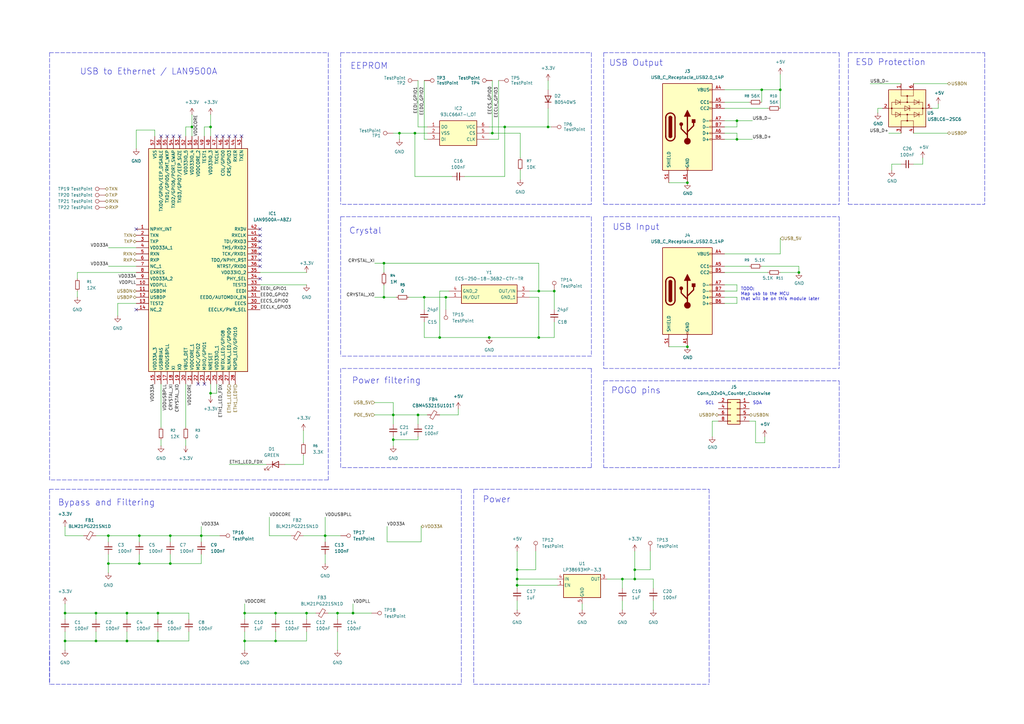
<source format=kicad_sch>
(kicad_sch (version 20250114) (generator "eeschema") (generator_version "9.0")
  (paper "A3")
  (title_block (title "PoE Backplate") (date "2026-02-01") (rev "v0.2") (company "dotstar.tech") (comment 1 "designed byGrigorii Merkushev (aka brushknight)") (comment 2 "brushknight.com"))
  (text "TODO:\nMap usb to the MCU \nthat will be on this module later" (at 303.784 120.65 0) (effects (font (size 1.27 1.27)) (justify left)))
  (text "USB Output" (at 260.858 25.908 0) (effects (font (size 2.54 2.54))))
  (text "Crystal" (at 149.86 94.742 0) (effects (font (size 2.54 2.54))))
  (text "USB to Ethernet / LAN9500A" (at 60.96 29.464 0) (effects (font (size 2.54 2.54))))
  (text "Power" (at 203.708 204.978 0) (effects (font (size 2.54 2.54))))
  (text "ESD Protection" (at 365.252 25.654 0) (effects (font (size 2.54 2.54))))
  (text "USB Input" (at 260.858 93.218 0) (effects (font (size 2.54 2.54))))
  (text "POGO pins" (at 260.858 160.274 0) (effects (font (size 2.54 2.54))))
  (text "Bypass and Filtering" (at 43.688 206.248 0) (effects (font (size 2.54 2.54))))
  (text "Power filtering" (at 158.496 156.21 0) (effects (font (size 2.54 2.54))))
  (text "SCL" (at 291.084 165.354 0) (effects (font (size 1.27 1.27))))
  (text "EEPROM" (at 151.384 27.178 0) (effects (font (size 2.54 2.54))))
  (text "SDA" (at 310.642 165.354 0) (effects (font (size 1.27 1.27))))
  (junction (at 200.66 138.43))
  (junction (at 26.67 251.46))
  (junction (at 86.36 161.29))
  (junction (at 157.48 121.92))
  (junction (at 78.74 52.07))
  (junction (at 161.29 170.18))
  (junction (at 113.03 262.89))
  (junction (at 69.85 219.71))
  (junction (at 227.33 119.38))
  (junction (at 138.43 251.46))
  (junction (at 260.35 237.49))
  (junction (at 182.88 121.92))
  (junction (at 207.01 52.07))
  (junction (at 100.33 251.46))
  (junction (at 220.98 138.43))
  (junction (at 170.18 54.61))
  (junction (at 44.45 219.71))
  (junction (at 260.35 233.68))
  (junction (at 161.29 180.34))
  (junction (at 133.35 219.71))
  (junction (at 64.77 262.89))
  (junction (at 125.73 251.46))
  (junction (at 144.78 251.46))
  (junction (at 212.09 237.49))
  (junction (at 57.15 231.14))
  (junction (at 224.79 52.07))
  (junction (at 281.94 74.93))
  (junction (at 302.26 57.15))
  (junction (at 180.34 138.43))
  (junction (at 157.48 107.95))
  (junction (at 39.37 262.89))
  (junction (at 281.94 142.24))
  (junction (at 52.07 262.89))
  (junction (at 327.66 111.76))
  (junction (at 320.04 36.83))
  (junction (at 69.85 231.14))
  (junction (at 302.26 49.53))
  (junction (at 64.77 251.46))
  (junction (at 57.15 219.71))
  (junction (at 212.09 240.03))
  (junction (at 86.36 52.07))
  (junction (at 312.42 36.83))
  (junction (at 163.83 54.61))
  (junction (at 173.99 121.92))
  (junction (at 26.67 262.89))
  (junction (at 212.09 233.68))
  (junction (at 255.27 237.49))
  (junction (at 44.45 231.14))
  (junction (at 52.07 251.46))
  (junction (at 39.37 251.46))
  (junction (at 171.45 170.18))
  (junction (at 113.03 251.46))
  (junction (at 100.33 262.89))
  (junction (at 82.55 219.71))
  (junction (at 201.93 54.61))
  (junction (at 220.98 119.38))
  (no_connect (at 73.66 55.88))
  (no_connect (at 93.98 55.88))
  (no_connect (at 55.88 93.98))
  (no_connect (at 88.9 55.88))
  (no_connect (at 106.68 106.68))
  (no_connect (at 106.68 101.6))
  (no_connect (at 71.12 55.88))
  (no_connect (at 83.82 157.48))
  (no_connect (at 106.68 99.06))
  (no_connect (at 66.04 55.88))
  (no_connect (at 96.52 55.88))
  (no_connect (at 55.88 127))
  (no_connect (at 106.68 109.22))
  (no_connect (at 99.06 55.88))
  (no_connect (at 106.68 93.98))
  (no_connect (at 81.28 157.48))
  (no_connect (at 106.68 96.52))
  (no_connect (at 91.44 55.88))
  (no_connect (at 106.68 114.3))
  (no_connect (at 106.68 104.14))
  (no_connect (at 68.58 55.88))
  (wire (pts (xy 365.76 69.85) (xy 365.76 67.31)))
  (wire (pts (xy 212.09 237.49) (xy 228.6 237.49)))
  (wire (pts (xy 302.26 54.61) (xy 302.26 57.15)))
  (wire (pts (xy 86.36 46.99) (xy 86.36 52.07)))
  (wire (pts (xy 26.67 251.46) (xy 26.67 247.65)))
  (polyline (pts (xy 20.32 200.66) (xy 20.32 280.67)) (stroke (width 0) (type dash)))
  (polyline (pts (xy 347.98 21.59) (xy 403.86 21.59)) (stroke (width 0) (type dash)))
  (polyline (pts (xy 242.57 151.13) (xy 139.7 151.13)) (stroke (width 0) (type dash)))
  (wire (pts (xy 266.7 226.06) (xy 266.7 233.68)))
  (wire (pts (xy 125.73 251.46) (xy 113.03 251.46)))
  (wire (pts (xy 173.99 138.43) (xy 180.34 138.43)))
  (wire (pts (xy 64.77 251.46) (xy 64.77 254)))
  (wire (pts (xy 44.45 227.33) (xy 44.45 231.14)))
  (wire (pts (xy 153.67 107.95) (xy 157.48 107.95)))
  (wire (pts (xy 384.81 44.45) (xy 384.81 42.545)))
  (wire (pts (xy 212.09 240.03) (xy 212.09 237.49)))
  (wire (pts (xy 106.68 111.76) (xy 125.73 111.76)))
  (wire (pts (xy 200.66 57.15) (xy 204.47 57.15)))
  (polyline (pts (xy 242.57 191.77) (xy 139.7 191.77)) (stroke (width 0) (type dash)))
  (polyline (pts (xy 344.17 156.21) (xy 344.17 191.77)) (stroke (width 0) (type dash)))
  (wire (pts (xy 161.29 54.61) (xy 163.83 54.61)))
  (wire (pts (xy 52.07 259.08) (xy 52.07 262.89)))
  (wire (pts (xy 57.15 219.71) (xy 44.45 219.71)))
  (polyline (pts (xy 247.65 88.9) (xy 344.17 88.9)) (stroke (width 0) (type dash)))
  (wire (pts (xy 180.34 119.38) (xy 180.34 138.43)))
  (wire (pts (xy 39.37 262.89) (xy 52.07 262.89)))
  (wire (pts (xy 302.26 49.53) (xy 308.61 49.53)))
  (wire (pts (xy 292.1 179.07) (xy 292.1 172.72)))
  (wire (pts (xy 320.04 111.76) (xy 327.66 111.76)))
  (wire (pts (xy 39.37 259.08) (xy 39.37 262.89)))
  (wire (pts (xy 173.99 132.08) (xy 173.99 138.43)))
  (wire (pts (xy 260.35 233.68) (xy 260.35 226.06)))
  (wire (pts (xy 100.33 262.89) (xy 100.33 266.7)))
  (polyline (pts (xy 194.31 280.67) (xy 290.83 280.67)) (stroke (width 0) (type dash)))
  (wire (pts (xy 110.49 219.71) (xy 119.38 219.71)))
  (wire (pts (xy 57.15 219.71) (xy 57.15 222.25)))
  (wire (pts (xy 26.67 259.08) (xy 26.67 262.89)))
  (polyline (pts (xy 242.57 21.59) (xy 242.57 83.82)) (stroke (width 0) (type dash)))
  (wire (pts (xy 44.45 219.71) (xy 44.45 222.25)))
  (wire (pts (xy 320.04 36.83) (xy 320.04 44.45)))
  (wire (pts (xy 171.45 179.07) (xy 171.45 180.34)))
  (wire (pts (xy 175.26 57.15) (xy 173.99 57.15)))
  (wire (pts (xy 44.45 231.14) (xy 57.15 231.14)))
  (wire (pts (xy 307.34 172.72) (xy 309.88 172.72)))
  (wire (pts (xy 82.55 219.71) (xy 82.55 222.25)))
  (wire (pts (xy 86.36 161.29) (xy 88.9 161.29)))
  (wire (pts (xy 312.42 41.91) (xy 312.42 36.83)))
  (wire (pts (xy 134.62 251.46) (xy 138.43 251.46)))
  (wire (pts (xy 52.07 251.46) (xy 52.07 254)))
  (wire (pts (xy 157.48 107.95) (xy 220.98 107.95)))
  (wire (pts (xy 266.7 233.68) (xy 260.35 233.68)))
  (wire (pts (xy 297.18 49.53) (xy 302.26 49.53)))
  (wire (pts (xy 83.82 55.88) (xy 83.82 52.07)))
  (wire (pts (xy 57.15 227.33) (xy 57.15 231.14)))
  (wire (pts (xy 133.35 227.33) (xy 133.35 231.14)))
  (wire (pts (xy 267.97 246.38) (xy 267.97 250.19)))
  (wire (pts (xy 219.71 226.06) (xy 219.71 233.68)))
  (wire (pts (xy 82.55 219.71) (xy 90.17 219.71)))
  (wire (pts (xy 64.77 262.89) (xy 64.77 259.08)))
  (wire (pts (xy 100.33 247.65) (xy 100.33 251.46)))
  (wire (pts (xy 302.26 116.84) (xy 302.26 119.38)))
  (wire (pts (xy 212.09 240.03) (xy 212.09 241.3)))
  (wire (pts (xy 212.09 233.68) (xy 212.09 237.49)))
  (wire (pts (xy 292.1 172.72) (xy 294.64 172.72)))
  (wire (pts (xy 31.75 119.38) (xy 31.75 121.92)))
  (wire (pts (xy 69.85 219.71) (xy 69.85 222.25)))
  (polyline (pts (xy 403.86 21.59) (xy 403.86 83.82)) (stroke (width 0) (type dash)))
  (polyline (pts (xy 290.83 200.66) (xy 290.83 280.67)) (stroke (width 0) (type dash)))
  (wire (pts (xy 69.85 219.71) (xy 57.15 219.71)))
  (polyline (pts (xy 247.65 156.21) (xy 344.17 156.21)) (stroke (width 0) (type dash)))
  (wire (pts (xy 213.36 69.85) (xy 213.36 73.66)))
  (wire (pts (xy 374.65 34.29) (xy 388.62 34.29)))
  (polyline (pts (xy 242.57 151.13) (xy 242.57 191.77)) (stroke (width 0) (type dash)))
  (wire (pts (xy 26.67 219.71) (xy 26.67 215.9)))
  (wire (pts (xy 63.5 55.88) (xy 63.5 53.34)))
  (wire (pts (xy 86.36 161.29) (xy 86.36 162.56)))
  (wire (pts (xy 201.93 33.02) (xy 201.93 54.61)))
  (wire (pts (xy 133.35 219.71) (xy 133.35 222.25)))
  (wire (pts (xy 297.18 124.46) (xy 302.26 124.46)))
  (wire (pts (xy 48.26 124.46) (xy 48.26 129.54)))
  (wire (pts (xy 55.88 124.46) (xy 48.26 124.46)))
  (wire (pts (xy 69.85 231.14) (xy 82.55 231.14)))
  (wire (pts (xy 297.18 36.83) (xy 312.42 36.83)))
  (wire (pts (xy 227.33 138.43) (xy 220.98 138.43)))
  (polyline (pts (xy 242.57 146.05) (xy 139.7 146.05)) (stroke (width 0) (type dash)))
  (wire (pts (xy 182.88 121.92) (xy 182.88 127)))
  (wire (pts (xy 78.74 52.07) (xy 78.74 46.99)))
  (wire (pts (xy 374.65 67.31) (xy 378.46 67.31)))
  (wire (pts (xy 26.67 262.89) (xy 26.67 266.7)))
  (wire (pts (xy 297.18 41.91) (xy 307.34 41.91)))
  (polyline (pts (xy 20.32 21.59) (xy 134.62 21.59)) (stroke (width 0) (type dash)))
  (wire (pts (xy 220.98 107.95) (xy 220.98 119.38)))
  (wire (pts (xy 297.18 104.14) (xy 320.04 104.14)))
  (wire (pts (xy 170.18 54.61) (xy 170.18 72.39)))
  (polyline (pts (xy 139.7 21.59) (xy 242.57 21.59)) (stroke (width 0) (type dash)))
  (wire (pts (xy 382.27 44.45) (xy 384.81 44.45)))
  (polyline (pts (xy 347.98 83.82) (xy 403.86 83.82)) (stroke (width 0) (type dash)))
  (wire (pts (xy 138.43 251.46) (xy 144.78 251.46)))
  (polyline (pts (xy 242.57 88.9) (xy 242.57 146.05)) (stroke (width 0) (type dash)))
  (wire (pts (xy 361.95 44.45) (xy 360.045 44.45)))
  (wire (pts (xy 312.42 36.83) (xy 320.04 36.83)))
  (wire (pts (xy 161.29 170.18) (xy 153.67 170.18)))
  (wire (pts (xy 356.87 34.29) (xy 369.57 34.29)))
  (wire (pts (xy 124.46 176.53) (xy 124.46 181.61)))
  (wire (pts (xy 163.83 57.15) (xy 163.83 54.61)))
  (wire (pts (xy 125.73 251.46) (xy 125.73 254)))
  (wire (pts (xy 26.67 251.46) (xy 26.67 254)))
  (wire (pts (xy 309.88 172.72) (xy 309.88 181.61)))
  (wire (pts (xy 63.5 53.34) (xy 55.88 53.34)))
  (wire (pts (xy 182.88 121.92) (xy 184.15 121.92)))
  (wire (pts (xy 171.45 180.34) (xy 161.29 180.34)))
  (wire (pts (xy 52.07 262.89) (xy 64.77 262.89)))
  (wire (pts (xy 190.5 72.39) (xy 207.01 72.39)))
  (wire (pts (xy 76.2 180.34) (xy 76.2 182.88)))
  (wire (pts (xy 83.82 52.07) (xy 86.36 52.07)))
  (wire (pts (xy 171.45 170.18) (xy 161.29 170.18)))
  (wire (pts (xy 364.49 54.61) (xy 369.57 54.61)))
  (wire (pts (xy 302.26 119.38) (xy 297.18 119.38)))
  (wire (pts (xy 212.09 246.38) (xy 212.09 250.19)))
  (wire (pts (xy 302.26 49.53) (xy 302.26 52.07)))
  (wire (pts (xy 100.33 259.08) (xy 100.33 262.89)))
  (wire (pts (xy 57.15 231.14) (xy 69.85 231.14)))
  (wire (pts (xy 82.55 231.14) (xy 82.55 227.33)))
  (wire (pts (xy 113.03 251.46) (xy 100.33 251.46)))
  (polyline (pts (xy 20.32 21.59) (xy 20.32 196.85)) (stroke (width 0) (type dash)))
  (wire (pts (xy 200.66 54.61) (xy 201.93 54.61)))
  (polyline (pts (xy 247.65 151.13) (xy 344.17 151.13)) (stroke (width 0) (type dash)))
  (wire (pts (xy 365.76 67.31) (xy 369.57 67.31)))
  (wire (pts (xy 34.29 219.71) (xy 26.67 219.71)))
  (wire (pts (xy 212.09 240.03) (xy 228.6 240.03)))
  (wire (pts (xy 125.73 259.08) (xy 125.73 262.89)))
  (polyline (pts (xy 20.32 266.7) (xy 20.32 280.67)) (stroke (width 0) (type dash)))
  (wire (pts (xy 113.03 259.08) (xy 113.03 262.89)))
  (wire (pts (xy 173.99 121.92) (xy 173.99 127)))
  (wire (pts (xy 161.29 180.34) (xy 161.29 182.88)))
  (wire (pts (xy 66.04 180.34) (xy 66.04 182.88)))
  (wire (pts (xy 302.26 121.92) (xy 302.26 124.46)))
  (polyline (pts (xy 20.32 200.66) (xy 189.23 200.66)) (stroke (width 0) (type dash)))
  (wire (pts (xy 309.88 181.61) (xy 313.69 181.61)))
  (wire (pts (xy 93.98 190.5) (xy 109.22 190.5)))
  (wire (pts (xy 187.96 170.18) (xy 180.34 170.18)))
  (wire (pts (xy 302.26 52.07) (xy 297.18 52.07)))
  (wire (pts (xy 200.66 52.07) (xy 207.01 52.07)))
  (wire (pts (xy 170.18 72.39) (xy 185.42 72.39)))
  (wire (pts (xy 187.96 167.64) (xy 187.96 170.18)))
  (wire (pts (xy 44.45 109.22) (xy 55.88 109.22)))
  (wire (pts (xy 86.36 157.48) (xy 86.36 161.29)))
  (wire (pts (xy 200.66 138.43) (xy 220.98 138.43)))
  (wire (pts (xy 161.29 173.99) (xy 161.29 170.18)))
  (wire (pts (xy 167.64 121.92) (xy 173.99 121.92)))
  (wire (pts (xy 163.83 54.61) (xy 170.18 54.61)))
  (wire (pts (xy 204.47 33.02) (xy 204.47 57.15)))
  (wire (pts (xy 327.66 109.22) (xy 327.66 111.76)))
  (wire (pts (xy 320.04 104.14) (xy 320.04 97.79)))
  (wire (pts (xy 77.47 251.46) (xy 64.77 251.46)))
  (wire (pts (xy 267.97 237.49) (xy 260.35 237.49)))
  (wire (pts (xy 113.03 251.46) (xy 113.03 254)))
  (wire (pts (xy 297.18 54.61) (xy 302.26 54.61)))
  (wire (pts (xy 64.77 262.89) (xy 77.47 262.89)))
  (wire (pts (xy 158.75 222.25) (xy 172.72 222.25)))
  (wire (pts (xy 77.47 262.89) (xy 77.47 259.08)))
  (wire (pts (xy 124.46 186.69) (xy 124.46 190.5)))
  (polyline (pts (xy 247.65 21.59) (xy 344.17 21.59)) (stroke (width 0) (type dash)))
  (polyline (pts (xy 247.65 156.21) (xy 247.65 191.77)) (stroke (width 0) (type dash)))
  (polyline (pts (xy 139.7 88.9) (xy 139.7 146.05)) (stroke (width 0) (type dash)))
  (wire (pts (xy 133.35 219.71) (xy 133.35 212.09)))
  (wire (pts (xy 302.26 57.15) (xy 308.61 57.15)))
  (polyline (pts (xy 347.98 21.59) (xy 347.98 83.82)) (stroke (width 0) (type dash)))
  (wire (pts (xy 378.46 67.31) (xy 378.46 64.77)))
  (wire (pts (xy 77.47 251.46) (xy 77.47 254)))
  (wire (pts (xy 55.88 53.34) (xy 55.88 60.96)))
  (wire (pts (xy 201.93 54.61) (xy 213.36 54.61)))
  (wire (pts (xy 161.29 165.1) (xy 161.29 170.18)))
  (wire (pts (xy 133.35 219.71) (xy 139.7 219.71)))
  (wire (pts (xy 52.07 251.46) (xy 39.37 251.46)))
  (wire (pts (xy 76.2 157.48) (xy 76.2 175.26)))
  (wire (pts (xy 39.37 251.46) (xy 39.37 254)))
  (wire (pts (xy 31.75 111.76) (xy 55.88 111.76)))
  (wire (pts (xy 31.75 114.3) (xy 31.75 111.76)))
  (wire (pts (xy 153.67 121.92) (xy 157.48 121.92)))
  (polyline (pts (xy 194.31 200.66) (xy 290.83 200.66)) (stroke (width 0) (type dash)))
  (wire (pts (xy 100.33 251.46) (xy 100.33 254)))
  (wire (pts (xy 82.55 215.9) (xy 82.55 219.71)))
  (wire (pts (xy 274.32 74.93) (xy 281.94 74.93)))
  (wire (pts (xy 297.18 44.45) (xy 314.96 44.45)))
  (wire (pts (xy 297.18 111.76) (xy 314.96 111.76)))
  (wire (pts (xy 219.71 233.68) (xy 212.09 233.68)))
  (wire (pts (xy 86.36 52.07) (xy 86.36 55.88)))
  (wire (pts (xy 125.73 251.46) (xy 129.54 251.46)))
  (wire (pts (xy 138.43 251.46) (xy 138.43 254)))
  (wire (pts (xy 158.75 215.9) (xy 158.75 222.25)))
  (wire (pts (xy 69.85 227.33) (xy 69.85 231.14)))
  (wire (pts (xy 260.35 237.49) (xy 260.35 233.68)))
  (wire (pts (xy 213.36 54.61) (xy 213.36 64.77)))
  (wire (pts (xy 297.18 116.84) (xy 302.26 116.84)))
  (wire (pts (xy 212.09 226.06) (xy 212.09 233.68)))
  (wire (pts (xy 227.33 132.08) (xy 227.33 138.43)))
  (polyline (pts (xy 247.65 191.77) (xy 344.17 191.77)) (stroke (width 0) (type dash)))
  (polyline (pts (xy 139.7 151.13) (xy 139.7 191.77)) (stroke (width 0) (type dash)))
  (wire (pts (xy 110.49 212.09) (xy 110.49 219.71)))
  (polyline (pts (xy 247.65 83.82) (xy 344.17 83.82)) (stroke (width 0) (type dash)))
  (wire (pts (xy 171.45 173.99) (xy 171.45 170.18)))
  (wire (pts (xy 157.48 121.92) (xy 162.56 121.92)))
  (wire (pts (xy 297.18 121.92) (xy 302.26 121.92)))
  (polyline (pts (xy 247.65 21.59) (xy 247.65 83.82)) (stroke (width 0) (type dash)))
  (wire (pts (xy 64.77 251.46) (xy 52.07 251.46)))
  (wire (pts (xy 217.17 119.38) (xy 220.98 119.38)))
  (wire (pts (xy 224.79 52.07) (xy 224.79 44.45)))
  (wire (pts (xy 78.74 52.07) (xy 78.74 55.88)))
  (wire (pts (xy 113.03 262.89) (xy 125.73 262.89)))
  (wire (pts (xy 175.26 54.61) (xy 170.18 54.61)))
  (polyline (pts (xy 242.57 83.82) (xy 139.7 83.82)) (stroke (width 0) (type dash)))
  (wire (pts (xy 157.48 116.84) (xy 157.48 121.92)))
  (wire (pts (xy 44.45 101.6) (xy 55.88 101.6)))
  (wire (pts (xy 175.26 170.18) (xy 171.45 170.18)))
  (polyline (pts (xy 344.17 88.9) (xy 344.17 151.13)) (stroke (width 0) (type dash)))
  (wire (pts (xy 224.79 33.02) (xy 224.79 36.83)))
  (wire (pts (xy 171.45 33.02) (xy 171.45 52.07)))
  (polyline (pts (xy 139.7 88.9) (xy 242.57 88.9)) (stroke (width 0) (type dash)))
  (wire (pts (xy 360.045 44.45) (xy 360.045 46.355)))
  (wire (pts (xy 124.46 190.5) (xy 116.84 190.5)))
  (wire (pts (xy 238.76 247.65) (xy 238.76 250.19)))
  (wire (pts (xy 255.27 237.49) (xy 260.35 237.49)))
  (polyline (pts (xy 189.23 280.67) (xy 20.32 280.67)) (stroke (width 0) (type dash)))
  (wire (pts (xy 297.18 57.15) (xy 302.26 57.15)))
  (polyline (pts (xy 139.7 21.59) (xy 139.7 83.82)) (stroke (width 0) (type dash)))
  (wire (pts (xy 172.72 222.25) (xy 172.72 215.9)))
  (wire (pts (xy 173.99 121.92) (xy 182.88 121.92)))
  (wire (pts (xy 248.92 237.49) (xy 255.27 237.49)))
  (wire (pts (xy 39.37 251.46) (xy 26.67 251.46)))
  (wire (pts (xy 144.78 251.46) (xy 144.78 247.65)))
  (wire (pts (xy 217.17 121.92) (xy 220.98 121.92)))
  (wire (pts (xy 100.33 262.89) (xy 113.03 262.89)))
  (wire (pts (xy 161.29 179.07) (xy 161.29 180.34)))
  (wire (pts (xy 66.04 157.48) (xy 66.04 175.26)))
  (wire (pts (xy 124.46 219.71) (xy 133.35 219.71)))
  (wire (pts (xy 255.27 246.38) (xy 255.27 250.19)))
  (polyline (pts (xy 189.23 200.66) (xy 189.23 280.67)) (stroke (width 0) (type dash)))
  (wire (pts (xy 274.32 142.24) (xy 281.94 142.24)))
  (wire (pts (xy 138.43 259.08) (xy 138.43 266.7)))
  (wire (pts (xy 44.45 231.14) (xy 44.45 234.95)))
  (wire (pts (xy 255.27 237.49) (xy 255.27 241.3)))
  (wire (pts (xy 267.97 241.3) (xy 267.97 237.49)))
  (wire (pts (xy 157.48 107.95) (xy 157.48 111.76)))
  (wire (pts (xy 171.45 52.07) (xy 175.26 52.07)))
  (wire (pts (xy 313.69 181.61) (xy 313.69 179.07)))
  (wire (pts (xy 207.01 72.39) (xy 207.01 52.07)))
  (wire (pts (xy 227.33 119.38) (xy 227.33 127)))
  (wire (pts (xy 26.67 262.89) (xy 39.37 262.89)))
  (wire (pts (xy 220.98 121.92) (xy 220.98 138.43)))
  (wire (pts (xy 76.2 55.88) (xy 76.2 52.07)))
  (wire (pts (xy 173.99 33.02) (xy 173.99 57.15)))
  (wire (pts (xy 297.18 109.22) (xy 307.34 109.22)))
  (wire (pts (xy 44.45 219.71) (xy 39.37 219.71)))
  (wire (pts (xy 207.01 52.07) (xy 224.79 52.07)))
  (wire (pts (xy 320.04 36.83) (xy 320.04 30.48)))
  (wire (pts (xy 153.67 165.1) (xy 161.29 165.1)))
  (polyline (pts (xy 247.65 88.9) (xy 247.65 151.13)) (stroke (width 0) (type dash)))
  (wire (pts (xy 144.78 251.46) (xy 152.4 251.46)))
  (wire (pts (xy 224.79 52.07) (xy 226.06 52.07)))
  (wire (pts (xy 106.68 116.84) (xy 125.73 116.84)))
  (wire (pts (xy 180.34 138.43) (xy 200.66 138.43)))
  (polyline (pts (xy 194.31 200.66) (xy 194.31 280.67)) (stroke (width 0) (type dash)))
  (wire (pts (xy 88.9 157.48) (xy 88.9 161.29)))
  (wire (pts (xy 312.42 109.22) (xy 327.66 109.22)))
  (wire (pts (xy 374.65 54.61) (xy 388.62 54.61)))
  (wire (pts (xy 220.98 119.38) (xy 227.33 119.38)))
  (polyline (pts (xy 134.62 196.85) (xy 20.32 196.85)) (stroke (width 0) (type dash)))
  (wire (pts (xy 82.55 219.71) (xy 69.85 219.71)))
  (wire (pts (xy 76.2 52.07) (xy 78.74 52.07)))
  (polyline (pts (xy 134.62 21.59) (xy 134.62 196.85)) (stroke (width 0) (type dash)))
  (wire (pts (xy 184.15 119.38) (xy 180.34 119.38)))
  (polyline (pts (xy 344.17 21.59) (xy 344.17 83.82)) (stroke (width 0) (type dash)))
  (label "EEDI_GPIO1" (at 106.68 119.38 0))
  (label "EECLK_GPIO3" (at 106.68 127 0))
  (label "CRYSTAL_XO" (at 73.66 157.48 270))
  (label "EECLK_GPIO3" (at 204.47 35.56 270))
  (label "VDD33A" (at 55.88 114.3 180))
  (label "EEDO_GPIO2" (at 173.99 35.56 270))
  (label "VDD33A" (at 82.55 215.9 0))
  (label "CRYSTAL_XO" (at 153.67 121.92 180))
  (label "EECS_GPIO0" (at 106.68 124.46 0))
  (label "USB_D-" (at 356.87 34.29 0))
  (label "VDD33A" (at 63.5 157.48 270))
  (label "VDD33A" (at 44.45 109.22 180))
  (label "VDDPLL" (at 144.78 247.65 0))
  (label "CRYSTAL_XI" (at 71.12 157.48 270))
  (label "USB_D-" (at 308.61 49.53 0))
  (label "VDDUSBPLL" (at 68.58 157.48 270))
  (label "CRYSTAL_XI" (at 153.67 107.95 180))
  (label "EEDI_GPIO1" (at 171.45 35.56 270))
  (label "EECS_GPIO0" (at 201.93 46.99 90))
  (label "EEDO_GPIO2" (at 106.68 121.92 0))
  (label "VDDUSBPLL" (at 133.35 212.09 0))
  (label "ETH1_LED_FDX" (at 91.44 157.48 270))
  (label "VDD33A" (at 158.75 215.9 0))
  (label "VDDCORE" (at 81.28 55.88 90))
  (label "VDDCORE" (at 100.33 247.65 0))
  (label "VDDPLL" (at 55.88 116.84 180))
  (label "USB_D+" (at 364.49 54.61 180))
  (label "USB_D+" (at 308.61 57.15 0))
  (label "VDD33A" (at 44.45 101.6 180))
  (label "VDDCORE" (at 78.74 157.48 270))
  (label "ETH1_LED_FDX" (at 93.98 190.5 0))
  (label "VDDCORE" (at 110.49 212.09 0))
  (hierarchical_label "USB_5V" (shape input) (at 320.04 97.79 0))
  (hierarchical_label "RXN" (shape bidirectional) (at 43.18 82.55 0))
  (hierarchical_label "USBDP" (shape bidirectional) (at 388.62 54.61 0))
  (hierarchical_label "USBDP" (shape bidirectional) (at 294.64 170.18 180))
  (hierarchical_label "USBDP" (shape bidirectional) (at 55.88 121.92 180))
  (hierarchical_label "USBDN" (shape bidirectional) (at 307.34 170.18 0))
  (hierarchical_label "TXN" (shape bidirectional) (at 55.88 96.52 180))
  (hierarchical_label "POE_5V" (shape input) (at 153.67 170.18 180))
  (hierarchical_label "RXN" (shape bidirectional) (at 55.88 104.14 180))
  (hierarchical_label "ETH1_LEDY" (shape input) (at 96.52 157.48 270))
  (hierarchical_label "RXP" (shape bidirectional) (at 55.88 106.68 180))
  (hierarchical_label "RXP" (shape bidirectional) (at 43.18 85.09 0))
  (hierarchical_label "ETH1_LEDG" (shape input) (at 93.98 157.48 270))
  (hierarchical_label "TXP" (shape bidirectional) (at 55.88 99.06 180))
  (hierarchical_label "TXP" (shape bidirectional) (at 43.18 80.01 0))
  (hierarchical_label "USBDN" (shape bidirectional) (at 55.88 119.38 180))
  (hierarchical_label "USBDN" (shape bidirectional) (at 388.62 34.29 0))
  (hierarchical_label "USB_5V" (shape input) (at 153.67 165.1 180))
  (hierarchical_label "VDD33A" (shape bidirectional) (at 172.72 215.9 0))
  (hierarchical_label "TXN" (shape bidirectional) (at 43.18 77.47 0))
  (symbol (lib_id "Device:C_Small") (at 77.47 256.54 180) (unit 1)
    (property "Reference" "C8" (at 81.28 255.2635 0) (effects (justify right)))
    (property "Value" "100nF" (at 81.28 257.8035 0) (effects (justify right)))
    (property "Footprint" "Capacitor_SMD:C_0402_1005Metric" (effects (hide yes)))
    (property "Description" "Unpolarized capacitor, small symbol" (effects (hide yes)))
    (property "LCSC" " C307331" (effects (hide yes)))
  )
  (symbol (lib_id "Device:C_Small") (at 255.27 243.84 180) (unit 1)
    (property "Reference" "C19" (at 259.08 242.5635 0) (effects (justify right)))
    (property "Value" "1uF" (at 259.08 245.1035 0) (effects (justify right)))
    (property "Footprint" "Capacitor_SMD:C_0805_2012Metric" (effects (hide yes)))
    (property "Description" "Unpolarized capacitor, small symbol" (effects (hide yes)))
    (property "LCSC" " C28323" (effects (hide yes)))
  )
  (symbol (lib_id "power:GND") (at 267.97 250.19 0) (unit 1)
    (property "Reference" "#PWR029" (effects (hide yes)))
    (property "Value" "GND" (at 267.97 255.27 0))
    (property "Description" "Power symbol creates a global label with name \"GND\" , ground" (effects (hide yes)))
  )
  (symbol (lib_id "power:+5V") (at 320.04 30.48 0) (unit 1)
    (property "Reference" "#PWR032" (effects (hide yes)))
    (property "Value" "+5V" (at 320.04 25.4 0))
    (property "Description" "Power symbol creates a global label with name \"+5V\"" (effects (hide yes)))
  )
  (symbol (lib_id "Connector:TestPoint") (at 182.88 127 180) (unit 1) (in_bom no)
    (property "Reference" "TP15" (at 185.42 129.0319 0) (effects (justify right)))
    (property "Value" "TestPoint" (at 185.42 131.5719 0) (effects (justify right)))
    (property "Footprint" "TestPoint:TestPoint_Pad_D1.0mm" (effects (hide yes)))
    (property "Description" "test point" (effects (hide yes)))
  )
  (symbol (lib_id "power:+3.3V") (at 76.2 182.88 180) (unit 1)
    (property "Reference" "#PWR09" (effects (hide yes)))
    (property "Value" "+3.3V" (at 76.2 187.96 0))
    (property "Description" "Power symbol creates a global label with name \"+3.3V\"" (effects (hide yes)))
  )
  (symbol (lib_id "Device:C_Small") (at 267.97 243.84 180) (unit 1)
    (property "Reference" "C20" (at 271.78 242.5635 0) (effects (justify right)))
    (property "Value" "100nF" (at 271.78 245.1035 0) (effects (justify right)))
    (property "Footprint" "Capacitor_SMD:C_0402_1005Metric" (effects (hide yes)))
    (property "Description" "Unpolarized capacitor, small symbol" (effects (hide yes)))
    (property "LCSC" " C307331" (effects (hide yes)))
  )
  (symbol (lib_id "Connector:TestPoint") (at 43.18 77.47 90) (unit 1) (in_bom no)
    (property "Reference" "TP19" (at 26.162 77.47 90))
    (property "Value" "TestPoint" (at 33.528 77.47 90))
    (property "Footprint" "TestPoint:TestPoint_Pad_D1.0mm" (effects (hide yes)))
    (property "Description" "test point" (effects (hide yes)))
  )
  (symbol (lib_id "Device:C_Small") (at 100.33 256.54 180) (unit 1)
    (property "Reference" "C10" (at 104.14 255.2635 0) (effects (justify right)))
    (property "Value" "1uF" (at 104.14 257.8035 0) (effects (justify right)))
    (property "Footprint" "Capacitor_SMD:C_0402_1005Metric" (effects (hide yes)))
    (property "Description" "Unpolarized capacitor, small symbol" (effects (hide yes)))
    (property "LCSC" " C52923" (effects (hide yes)))
  )
  (symbol (lib_id "Device:FerriteBead_Small") (at 132.08 251.46 90) (unit 1)
    (property "Reference" "FB3" (at 132.0419 245.11 90))
    (property "Value" "BLM21PG221SN1D" (at 132.0419 247.65 90))
    (property "Footprint" "Resistor_SMD:R_0805_2012Metric" (effects (hide yes)))
    (property "Datasheet" "https://www.lcsc.com/datasheet/C85840.pdf" (effects (hide yes)))
    (property "Description" "Ferrite bead, small symbol" (effects (hide yes)))
    (property "LCSC" "C85840" (effects (hide yes)))
  )
  (symbol (lib_id "Device:C_Small") (at 26.67 256.54 180) (unit 1)
    (property "Reference" "C1" (at 30.48 255.2635 0) (effects (justify right)))
    (property "Value" "100nF" (at 30.48 257.8035 0) (effects (justify right)))
    (property "Footprint" "Capacitor_SMD:C_0402_1005Metric" (effects (hide yes)))
    (property "Description" "Unpolarized capacitor, small symbol" (effects (hide yes)))
    (property "LCSC" " C307331" (effects (hide yes)))
  )
  (symbol (lib_id "power:GND") (at 125.73 116.84 0) (unit 1)
    (property "Reference" "#PWR015" (effects (hide yes)))
    (property "Value" "GND" (at 125.73 121.92 0))
    (property "Description" "Power symbol creates a global label with name \"GND\" , ground" (effects (hide yes)))
  )
  (symbol (lib_id "Device:R_Small") (at 157.48 114.3 180) (unit 1)
    (property "Reference" "R4" (at 160.02 113.0299 0) (effects (font (size 1.016 1.016)) (justify right)))
    (property "Value" "1M" (at 160.02 115.5699 0) (effects (justify right)))
    (property "Footprint" "Resistor_SMD:R_0402_1005Metric" (effects (hide yes)))
    (property "Description" "Resistor, small symbol" (effects (hide yes)))
    (property "LCSC" "C26083" (effects (hide yes)))
  )
  (symbol (lib_id "power:GND") (at 44.45 234.95 0) (unit 1)
    (property "Reference" "#PWR05" (effects (hide yes)))
    (property "Value" "GND" (at 44.45 240.03 0))
    (property "Description" "Power symbol creates a global label with name \"GND\" , ground" (effects (hide yes)))
  )
  (symbol (lib_id "Connector:TestPoint") (at 43.18 82.55 90) (unit 1) (in_bom no)
    (property "Reference" "TP21" (at 26.162 82.55 90))
    (property "Value" "TestPoint" (at 33.528 82.55 90))
    (property "Footprint" "TestPoint:TestPoint_Pad_D1.0mm" (effects (hide yes)))
    (property "Description" "test point" (effects (hide yes)))
  )
  (symbol (lib_id "Device:C_Small") (at 187.96 72.39 90) (unit 1)
    (property "Reference" "C16" (at 187.9663 66.04 90))
    (property "Value" "100nF" (at 187.9663 68.58 90))
    (property "Footprint" "Capacitor_SMD:C_0402_1005Metric" (effects (hide yes)))
    (property "Description" "Unpolarized capacitor, small symbol" (effects (hide yes)))
    (property "LCSC" " C307331" (effects (hide yes)))
  )
  (symbol (lib_id "power:GND") (at 66.04 182.88 0) (unit 1)
    (property "Reference" "#PWR08" (effects (hide yes)))
    (property "Value" "GND" (at 66.04 187.96 0))
    (property "Description" "Power symbol creates a global label with name \"GND\" , ground" (effects (hide yes)))
  )
  (symbol (lib_id "Connector:TestPoint") (at 219.71 226.06 0) (unit 1) (in_bom no)
    (property "Reference" "TP12" (at 222.25 221.4879 0) (effects (justify left)))
    (property "Value" "TestPoint" (at 222.25 224.0279 0) (effects (justify left)))
    (property "Footprint" "TestPoint:TestPoint_Pad_D1.0mm" (effects (hide yes)))
    (property "Description" "test point" (effects (hide yes)))
  )
  (symbol (lib_id "Device:C_Small") (at 212.09 243.84 180) (unit 1)
    (property "Reference" "C17" (at 215.9 242.5635 0) (effects (justify right)))
    (property "Value" "1uF" (at 215.9 245.1035 0) (effects (justify right)))
    (property "Footprint" "Capacitor_SMD:C_0805_2012Metric" (effects (hide yes)))
    (property "Description" "Unpolarized capacitor, small symbol" (effects (hide yes)))
    (property "LCSC" " C28323" (effects (hide yes)))
  )
  (symbol (lib_id "Device:FerriteBead_Small") (at 121.92 219.71 90) (unit 1)
    (property "Reference" "FB2" (at 121.8819 213.36 90))
    (property "Value" "BLM21PG221SN1D" (at 121.8819 215.9 90))
    (property "Footprint" "Resistor_SMD:R_0805_2012Metric" (effects (hide yes)))
    (property "Datasheet" "https://www.lcsc.com/datasheet/C85840.pdf" (effects (hide yes)))
    (property "Description" "Ferrite bead, small symbol" (effects (hide yes)))
    (property "LCSC" "C85840" (effects (hide yes)))
  )
  (symbol (lib_id "Device:R_Small") (at 309.88 41.91 90) (unit 1)
    (property "Reference" "R8" (at 306.324 39.37 90) (effects (font (size 1.016 1.016))))
    (property "Value" "56K" (at 309.88 39.37 90))
    (property "Footprint" "Resistor_SMD:R_0402_1005Metric" (effects (hide yes)))
    (property "Description" "Resistor, small symbol" (effects (hide yes)))
    (property "LCSC" "C114756" (effects (hide yes)))
  )
  (symbol (lib_id "Connector:TestPoint") (at 173.99 33.02 270) (unit 1) (in_bom no)
    (property "Reference" "TP3" (at 179.07 32.004 90) (effects (justify left)))
    (property "Value" "TestPoint" (at 179.07 34.036 90) (effects (justify left)))
    (property "Footprint" "TestPoint:TestPoint_Pad_D1.0mm" (effects (hide yes)))
    (property "Description" "test point" (effects (hide yes)))
  )
  (symbol (lib_id "power:GND") (at 292.1 179.07 0) (unit 1)
    (property "Reference" "#PWR046" (effects (hide yes)))
    (property "Value" "GND" (at 292.227 183.4642 0))
  )
  (symbol (lib_id "Device:D") (at 224.79 40.64 90) (unit 1)
    (property "Reference" "D2" (at 227.33 39.3699 90) (effects (justify right)))
    (property "Value" "B0540WS" (at 227.33 41.9099 90) (effects (justify right)))
    (property "Footprint" "Diode_SMD:D_SOD-323" (effects (hide yes)))
    (property "Description" "Diode" (effects (hide yes)))
    (property "Sim.Device" "D" (effects (hide yes)))
    (property "Sim.Pins" "1=K 2=A" (effects (hide yes)))
    (property "LCSC" "C7420326" (effects (hide yes)))
    (property "FT Rotation Offset" "180" (effects (hide yes)))
  )
  (symbol (lib_id "Connector:TestPoint") (at 171.45 33.02 90) (unit 1) (in_bom no)
    (property "Reference" "TP2" (at 166.37 34.036 90) (effects (justify left)))
    (property "Value" "TestPoint" (at 166.37 32.004 90) (effects (justify left)))
    (property "Footprint" "TestPoint:TestPoint_Pad_D1.0mm" (effects (hide yes)))
    (property "Description" "test point" (effects (hide yes)))
  )
  (symbol (lib_id "Device:C_Small") (at 372.11 67.31 90) (unit 1)
    (property "Reference" "C26" (at 372.1163 60.96 90))
    (property "Value" "100nF" (at 372.1163 63.5 90))
    (property "Footprint" "Capacitor_SMD:C_0402_1005Metric" (effects (hide yes)))
    (property "Description" "Unpolarized capacitor, small symbol" (effects (hide yes)))
    (property "LCSC" " C307331" (effects (hide yes)))
  )
  (symbol (lib_id "Device:FerriteBead_Small") (at 177.8 170.18 90) (unit 1)
    (property "Reference" "FB4" (at 177.7619 163.83 90))
    (property "Value" "CBM453215U101T" (at 177.7619 166.37 90))
    (property "Footprint" "Resistor_SMD:R_1812_4532Metric" (effects (hide yes)))
    (property "Datasheet" "https://www.lcsc.com/datasheet/C2894325.pdf" (effects (hide yes)))
    (property "Description" "Ferrite bead, small symbol" (effects (hide yes)))
    (property "LCSC" "C2894325" (effects (hide yes)))
  )
  (symbol (lib_id "power:GND") (at 365.76 69.85 0) (unit 1)
    (property "Reference" "#PWR043" (effects (hide yes)))
    (property "Value" "GND" (at 365.887 74.2442 0))
  )
  (symbol (lib_id "Device:R_Small") (at 317.5 111.76 90) (unit 1)
    (property "Reference" "R11" (at 319.786 114.046 90) (effects (font (size 1.016 1.016))))
    (property "Value" "5.1K" (at 314.96 114.046 90))
    (property "Footprint" "Resistor_SMD:R_0402_1005Metric" (effects (hide yes)))
    (property "Description" "Resistor, small symbol" (effects (hide yes)))
    (property "LCSC" "C105872" (effects (hide yes)))
  )
  (symbol (lib_id "power:+5V") (at 384.81 42.545 0) (unit 1)
    (property "Reference" "#PWR042" (effects (hide yes)))
    (property "Value" "+5V" (at 385.191 38.1508 0))
  )
  (symbol (lib_id "Device:LED") (at 113.03 190.5 0) (unit 1)
    (property "Reference" "D1" (at 111.4425 184.15 0))
    (property "Value" "GREEN" (at 111.4425 186.69 0))
    (property "Footprint" "LED_SMD:LED_0402_1005Metric" (effects (hide yes)))
    (property "Description" "Light emitting diode" (effects (hide yes)))
    (property "Sim.Pins" "1=K 2=A" (effects (hide yes)))
    (property "LCSC" "C965793" (effects (hide yes)))
  )
  (symbol (lib_id "power:GND") (at 255.27 250.19 0) (unit 1)
    (property "Reference" "#PWR027" (effects (hide yes)))
    (property "Value" "GND" (at 255.27 255.27 0))
    (property "Description" "Power symbol creates a global label with name \"GND\" , ground" (effects (hide yes)))
  )
  (symbol (lib_id "Connector:USB_C_Receptacle_USB2.0_14P") (at 281.94 52.07 0) (unit 1)
    (property "Reference" "J3" (at 281.94 29.21 0))
    (property "Value" "USB_C_Receptacle_USB2.0_14P" (at 281.94 31.75 0))
    (property "Footprint" "Connector_USB:USB_C_Receptacle_G-Switch_GT-USB-7051x" (effects (hide yes)))
    (property "Datasheet" "https://www.usb.org/sites/default/files/documents/usb_type-c.zip" (effects (hide yes)))
    (property "Description" "USB 2.0-only 14P Type-C Receptacle connector" (effects (hide yes)))
    (property "LCSC" "C2843970" (effects (hide yes)))
  )
  (symbol (lib_id "Device:R_Small") (at 165.1 121.92 90) (unit 1)
    (property "Reference" "R5" (at 165.1 116.84 90) (effects (font (size 1.016 1.016))))
    (property "Value" "0" (at 165.1 119.38 90))
    (property "Footprint" "Resistor_SMD:R_0402_1005Metric" (effects (hide yes)))
    (property "Description" "Resistor, small symbol" (effects (hide yes)))
    (property "LCSC" "C17168" (effects (hide yes)))
  )
  (symbol (lib_id "Device:R_Small") (at 317.5 44.45 90) (unit 1)
    (property "Reference" "R10" (at 317.246 39.37 90) (effects (font (size 1.016 1.016))))
    (property "Value" "56K" (at 317.5 41.91 90))
    (property "Footprint" "Resistor_SMD:R_0402_1005Metric" (effects (hide yes)))
    (property "Description" "Resistor, small symbol" (effects (hide yes)))
    (property "LCSC" "C114756" (effects (hide yes)))
  )
  (symbol (lib_id "Connector:TestPoint") (at 152.4 251.46 270) (unit 1) (in_bom no)
    (property "Reference" "TP18" (at 157.48 250.1899 90) (effects (justify left)))
    (property "Value" "TestPoint" (at 157.48 252.7299 90) (effects (justify left)))
    (property "Footprint" "TestPoint:TestPoint_Pad_D1.0mm" (effects (hide yes)))
    (property "Description" "test point" (effects (hide yes)))
  )
  (symbol (lib_id "Device:R_Small") (at 124.46 184.15 180) (unit 1)
    (property "Reference" "R6" (at 128.27 182.8799 0) (effects (font (size 1.016 1.016)) (justify right)))
    (property "Value" "3.3K" (at 128.27 185.4199 0) (effects (justify right)))
    (property "Footprint" "Resistor_SMD:R_0402_1005Metric" (effects (hide yes)))
    (property "Description" "Resistor, small symbol" (effects (hide yes)))
    (property "LCSC" "C137992" (effects (hide yes)))
  )
  (symbol (lib_id "power:+5V") (at 212.09 226.06 0) (unit 1)
    (property "Reference" "#PWR023" (effects (hide yes)))
    (property "Value" "+5V" (at 212.09 220.98 0))
    (property "Description" "Power symbol creates a global label with name \"+5V\"" (effects (hide yes)))
  )
  (symbol (lib_id "Connector:TestPoint") (at 227.33 119.38 0) (unit 1) (in_bom no)
    (property "Reference" "TP14" (at 229.87 114.8079 0) (effects (justify left)))
    (property "Value" "TestPoint" (at 229.87 117.3479 0) (effects (justify left)))
    (property "Footprint" "TestPoint:TestPoint_Pad_D1.0mm" (effects (hide yes)))
    (property "Description" "test point" (effects (hide yes)))
  )
  (symbol (lib_id "Connector:TestPoint") (at 139.7 219.71 270) (unit 1) (in_bom no)
    (property "Reference" "TP17" (at 144.78 218.4399 90) (effects (justify left)))
    (property "Value" "TestPoint" (at 144.78 220.9799 90) (effects (justify left)))
    (property "Footprint" "TestPoint:TestPoint_Pad_D1.0mm" (effects (hide yes)))
    (property "Description" "test point" (effects (hide yes)))
  )
  (symbol (lib_id "power:GND") (at 212.09 250.19 0) (unit 1)
    (property "Reference" "#PWR024" (effects (hide yes)))
    (property "Value" "GND" (at 212.09 255.27 0))
    (property "Description" "Power symbol creates a global label with name \"GND\" , ground" (effects (hide yes)))
  )
  (symbol (lib_id "power:+3.3V") (at 86.36 46.99 0) (unit 1)
    (property "Reference" "#PWR011" (effects (hide yes)))
    (property "Value" "+3.3V" (at 86.36 41.91 0))
    (property "Description" "Power symbol creates a global label with name \"+3.3V\"" (effects (hide yes)))
  )
  (symbol (lib_id "power:GND") (at 26.67 266.7 0) (unit 1)
    (property "Reference" "#PWR03" (effects (hide yes)))
    (property "Value" "GND" (at 26.67 271.78 0))
    (property "Description" "Power symbol creates a global label with name \"GND\" , ground" (effects (hide yes)))
  )
  (symbol (lib_id "Connector:TestPoint") (at 266.7 226.06 0) (unit 1) (in_bom no)
    (property "Reference" "TP13" (at 269.24 221.4879 0) (effects (justify left)))
    (property "Value" "TestPoint" (at 269.24 224.0279 0) (effects (justify left)))
    (property "Footprint" "TestPoint:TestPoint_Pad_D1.0mm" (effects (hide yes)))
    (property "Description" "test point" (effects (hide yes)))
  )
  (symbol (lib_id "power:GND") (at 327.66 111.76 0) (unit 1)
    (property "Reference" "#PWR034" (effects (hide yes)))
    (property "Value" "GND" (at 327.787 116.1542 0))
  )
  (symbol (lib_id "Device:R_Small") (at 213.36 67.31 0) (unit 1)
    (property "Reference" "R7" (at 215.9 66.0399 0) (effects (font (size 1.016 1.016)) (justify left)))
    (property "Value" "10K" (at 215.9 68.5799 0) (effects (justify left)))
    (property "Footprint" "Resistor_SMD:R_0402_1005Metric" (effects (hide yes)))
    (property "Description" "Resistor, small symbol" (effects (hide yes)))
    (property "LCSC" "C25744" (effects (hide yes)))
  )
  (symbol (lib_id "power:+3.3V") (at 124.46 176.53 0) (unit 1)
    (property "Reference" "#PWR019" (effects (hide yes)))
    (property "Value" "+3.3V" (at 124.46 171.45 0))
    (property "Description" "Power symbol creates a global label with name \"+3.3V\"" (effects (hide yes)))
  )
  (symbol (lib_id "Device:C_Small") (at 113.03 256.54 180) (unit 1)
    (property "Reference" "C11" (at 116.84 255.2635 0) (effects (justify right)))
    (property "Value" "100nF" (at 116.84 257.8035 0) (effects (justify right)))
    (property "Footprint" "Capacitor_SMD:C_0402_1005Metric" (effects (hide yes)))
    (property "Description" "Unpolarized capacitor, small symbol" (effects (hide yes)))
    (property "LCSC" " C307331" (effects (hide yes)))
  )
  (symbol (lib_id "power:+5V") (at 378.46 64.77 0) (unit 1)
    (property "Reference" "#PWR044" (effects (hide yes)))
    (property "Value" "+5V" (at 378.841 60.3758 0))
  )
  (symbol (lib_id "Device:C_Small") (at 125.73 256.54 180) (unit 1)
    (property "Reference" "C12" (at 129.54 255.2635 0) (effects (justify right)))
    (property "Value" "100nF" (at 129.54 257.8035 0) (effects (justify right)))
    (property "Footprint" "Capacitor_SMD:C_0402_1005Metric" (effects (hide yes)))
    (property "Description" "Unpolarized capacitor, small symbol" (effects (hide yes)))
    (property "LCSC" " C307331" (effects (hide yes)))
  )
  (symbol (lib_id "Power_Protection:USBLC6-2SC6") (at 372.11 44.45 270) (unit 1)
    (property "Reference" "U5" (at 381.635 46.355 90))
    (property "Value" "USBLC6-2SC6" (at 387.35 48.895 90))
    (property "Footprint" "Package_TO_SOT_SMD:SOT-23-6" (effects (hide yes)))
    (property "Datasheet" "https://www.st.com/resource/en/datasheet/usblc6-2.pdf" (effects (hide yes)))
    (property "LCSC" "C7519" (effects (hide yes)))
    (property "FT Rotation Offset" "90" (effects (hide yes)))
  )
  (symbol (lib_id "Device:R_Small") (at 66.04 177.8 180) (unit 1)
    (property "Reference" "R2" (at 69.85 176.5299 0) (effects (font (size 1.016 1.016)) (justify right)))
    (property "Value" "12K" (at 69.85 179.0699 0) (effects (justify right)))
    (property "Footprint" "Resistor_SMD:R_0402_1005Metric" (effects (hide yes)))
    (property "Description" "Resistor, small symbol" (effects (hide yes)))
    (property "LCSC" " C25752" (effects (hide yes)))
  )
  (symbol (lib_id "power:+5V") (at 187.96 167.64 0) (unit 1)
    (property "Reference" "#PWR036" (effects (hide yes)))
    (property "Value" "+5V" (at 187.96 162.56 0))
    (property "Description" "Power symbol creates a global label with name \"+5V\"" (effects (hide yes)))
  )
  (symbol (lib_id "ECS-250-18-36B2-CTY-TR:ECS-250-18-36B2-CTY-TR") (at 184.15 119.38 0) (unit 1)
    (property "Reference" "Y1" (at 200.66 111.76 0))
    (property "Value" "ECS-250-18-36B2-CTY-TR" (at 200.66 114.3 0))
    (property "Footprint" "ECS2501836B2CTYTR" (effects (hide yes)))
    (property "Datasheet" "https://www.mouser.in/datasheet/2/122/ECX_2236B2-2400583.pdf" (effects (hide yes)))
    (property "Description" "Crystals ESR 50,FREQ 25,STABILITY +/-30ppm,TOLERANCE +/-10ppm,CL 18pF,AGING +/-2 ppm ,-30 C 85 C,100uW in typical (Max 200uW), 2.50mm x 2.00mm" (effects (hide yes)))
    (property "Height" "0.6" (effects (hide yes)))
    (property "Mouser Part Number" "520-250-18-36B2CTYTR" (effects (hide yes)))
    (property "Mouser Price/Stock" "https://www.mouser.co.uk/ProductDetail/ECS/ECS-250-18-36B2-CTY-TR?qs=aP1CjGhiNiFniXuPEM212w%3D%3D" (effects (hide yes)))
    (property "Manufacturer_Name" "ECS" (effects (hide yes)))
    (property "Manufacturer_Part_Number" "ECS-250-18-36B2-CTY-TR" (effects (hide yes)))
    (property "LCSC" "C5727305" (effects (hide yes)))
  )
  (symbol (lib_id "Connector:USB_C_Receptacle_USB2.0_14P") (at 281.94 119.38 0) (unit 1)
    (property "Reference" "J4" (at 281.94 96.52 0))
    (property "Value" "USB_C_Receptacle_USB2.0_14P" (at 281.94 99.06 0))
    (property "Footprint" "Connector_USB:USB_C_Receptacle_G-Switch_GT-USB-7051x" (effects (hide yes)))
    (property "Datasheet" "https://www.usb.org/sites/default/files/documents/usb_type-c.zip" (effects (hide yes)))
    (property "Description" "USB 2.0-only 14P Type-C Receptacle connector" (effects (hide yes)))
    (property "LCSC" "C2843970" (effects (hide yes)))
  )
  (symbol (lib_id "power:+3.3V") (at 260.35 226.06 0) (unit 1)
    (property "Reference" "#PWR028" (effects (hide yes)))
    (property "Value" "+3.3V" (at 260.35 220.98 0))
    (property "Description" "Power symbol creates a global label with name \"+3.3V\"" (effects (hide yes)))
  )
  (symbol (lib_id "Device:C_Small") (at 171.45 176.53 0) (unit 1)
    (property "Reference" "C22" (at 173.99 175.2662 0) (effects (justify left)))
    (property "Value" "100nF" (at 173.99 177.8062 0) (effects (justify left)))
    (property "Footprint" "Capacitor_SMD:C_0402_1005Metric" (effects (hide yes)))
    (property "LCSC" " C307331" (effects (hide yes)))
  )
  (symbol (lib_id "Device:C_Small") (at 227.33 129.54 180) (unit 1)
    (property "Reference" "C18" (at 230.632 132.08 0))
    (property "Value" "24pF" (at 230.886 127 0))
    (property "Footprint" "Capacitor_SMD:C_0402_1005Metric" (effects (hide yes)))
    (property "Description" "Unpolarized capacitor, small symbol" (effects (hide yes)))
    (property "LCSC" " C281755" (effects (hide yes)))
  )
  (symbol (lib_id "Device:C_Small") (at 64.77 256.54 180) (unit 1)
    (property "Reference" "C6" (at 68.58 255.2635 0) (effects (justify right)))
    (property "Value" "100nF" (at 68.58 257.8035 0) (effects (justify right)))
    (property "Footprint" "Capacitor_SMD:C_0402_1005Metric" (effects (hide yes)))
    (property "Description" "Unpolarized capacitor, small symbol" (effects (hide yes)))
    (property "LCSC" " C307331" (effects (hide yes)))
  )
  (symbol (lib_id "power:GND") (at 55.88 60.96 0) (unit 1)
    (property "Reference" "#PWR07" (effects (hide yes)))
    (property "Value" "GND" (at 55.88 66.04 0))
    (property "Description" "Power symbol creates a global label with name \"GND\" , ground" (effects (hide yes)))
  )
  (symbol (lib_id "power:GND") (at 138.43 266.7 0) (unit 1)
    (property "Reference" "#PWR017" (effects (hide yes)))
    (property "Value" "GND" (at 138.43 271.78 0))
    (property "Description" "Power symbol creates a global label with name \"GND\" , ground" (effects (hide yes)))
  )
  (symbol (lib_id "power:GND") (at 163.83 57.15 0) (unit 1)
    (property "Reference" "#PWR018" (effects (hide yes)))
    (property "Value" "GND" (at 163.83 62.23 0))
    (property "Description" "Power symbol creates a global label with name \"GND\" , ground" (effects (hide yes)))
  )
  (symbol (lib_id "Connector:TestPoint") (at 204.47 33.02 270) (unit 1) (in_bom no)
    (property "Reference" "TP5" (at 209.55 32.004 90) (effects (justify left)))
    (property "Value" "TestPoint" (at 209.55 34.036 90) (effects (justify left)))
    (property "Footprint" "TestPoint:TestPoint_Pad_D1.0mm" (effects (hide yes)))
    (property "Description" "test point" (effects (hide yes)))
  )
  (symbol (lib_id "Device:C_Small") (at 44.45 224.79 180) (unit 1)
    (property "Reference" "C3" (at 48.26 223.5135 0) (effects (justify right)))
    (property "Value" "100nF" (at 48.26 226.0535 0) (effects (justify right)))
    (property "Footprint" "Capacitor_SMD:C_0402_1005Metric" (effects (hide yes)))
    (property "Description" "Unpolarized capacitor, small symbol" (effects (hide yes)))
    (property "LCSC" " C307331" (effects (hide yes)))
  )
  (symbol (lib_id "power:GND") (at 281.94 74.93 0) (unit 1)
    (property "Reference" "#PWR030" (effects (hide yes)))
    (property "Value" "GND" (at 282.067 79.3242 0))
  )
  (symbol (lib_id "Connector:TestPoint") (at 201.93 33.02 90) (unit 1) (in_bom no)
    (property "Reference" "TP4" (at 196.85 34.036 90) (effects (justify left)))
    (property "Value" "TestPoint" (at 196.85 32.004 90) (effects (justify left)))
    (property "Footprint" "TestPoint:TestPoint_Pad_D1.0mm" (effects (hide yes)))
    (property "Description" "test point" (effects (hide yes)))
  )
  (symbol (lib_id "power:+3.3V") (at 224.79 33.02 0) (unit 1)
    (property "Reference" "#PWR041" (effects (hide yes)))
    (property "Value" "+3.3V" (at 224.79 27.94 0))
    (property "Description" "Power symbol creates a global label with name \"+3.3V\"" (effects (hide yes)))
  )
  (symbol (lib_id "power:+3.3V") (at 125.73 111.76 0) (unit 1)
    (property "Reference" "#PWR014" (effects (hide yes)))
    (property "Value" "+3.3V" (at 125.73 107.95 0))
    (property "Description" "Power symbol creates a global label with name \"+3.3V\"" (effects (hide yes)))
  )
  (symbol (lib_id "Connector:TestPoint") (at 226.06 52.07 270) (unit 1) (in_bom no)
    (property "Reference" "TP6" (at 231.14 51.054 90) (effects (justify left)))
    (property "Value" "TestPoint" (at 231.14 53.086 90) (effects (justify left)))
    (property "Footprint" "TestPoint:TestPoint_Pad_D1.0mm" (effects (hide yes)))
    (property "Description" "test point" (effects (hide yes)))
  )
  (symbol (lib_id "power:GND") (at 100.33 266.7 0) (unit 1)
    (property "Reference" "#PWR013" (effects (hide yes)))
    (property "Value" "GND" (at 100.33 271.78 0))
    (property "Description" "Power symbol creates a global label with name \"GND\" , ground" (effects (hide yes)))
  )
  (symbol (lib_id "Device:R_Small") (at 309.88 109.22 90) (unit 1)
    (property "Reference" "R9" (at 306.324 106.68 90) (effects (font (size 1.016 1.016))))
    (property "Value" "5.1K" (at 311.658 106.68 90))
    (property "Footprint" "Resistor_SMD:R_0402_1005Metric" (effects (hide yes)))
    (property "Description" "Resistor, small symbol" (effects (hide yes)))
    (property "LCSC" "C105872" (effects (hide yes)))
  )
  (symbol (lib_id "power:GND") (at 213.36 73.66 0) (unit 1)
    (property "Reference" "#PWR025" (effects (hide yes)))
    (property "Value" "GND" (at 213.36 78.74 0))
    (property "Description" "Power symbol creates a global label with name \"GND\" , ground" (effects (hide yes)))
  )
  (symbol (lib_id "Connector:TestPoint") (at 90.17 219.71 270) (unit 1) (in_bom no)
    (property "Reference" "TP16" (at 95.25 218.4399 90) (effects (justify left)))
    (property "Value" "TestPoint" (at 95.25 220.9799 90) (effects (justify left)))
    (property "Footprint" "TestPoint:TestPoint_Pad_D1.0mm" (effects (hide yes)))
    (property "Description" "test point" (effects (hide yes)))
  )
  (symbol (lib_id "power:+3.3V") (at 26.67 247.65 0) (unit 1)
    (property "Reference" "#PWR02" (effects (hide yes)))
    (property "Value" "+3.3V" (at 26.67 242.57 0))
    (property "Description" "Power symbol creates a global label with name \"+3.3V\"" (effects (hide yes)))
  )
  (symbol (lib_id "93LC66AT-I_OT:93LC66AT-I_OT") (at 175.26 52.07 0) (unit 1)
    (property "Reference" "IC2" (at 187.96 44.45 0))
    (property "Value" "93LC66AT-I_OT" (at 187.96 46.99 0))
    (property "Footprint" "SOT95P270X145-6N" (effects (hide yes)))
    (property "Datasheet" "http://ww1.microchip.com/downloads/en/DeviceDoc/21795E.pdf" (effects (hide yes)))
    (property "Description" "4K, 512 X 8 SERIAL EEPROM, IND" (effects (hide yes)))
    (property "Height" "1.45" (effects (hide yes)))
    (property "Mouser Part Number" "579-93LC66AT-I/OT" (effects (hide yes)))
    (property "Mouser Price/Stock" "https://www.mouser.co.uk/ProductDetail/Microchip-Technology/93LC66AT-I-OT?qs=KmC0hySzDXKaUqojT7ZUuA%3D%3D" (effects (hide yes)))
    (property "Manufacturer_Name" "Microchip" (effects (hide yes)))
    (property "Manufacturer_Part_Number" "93LC66AT-I/OT" (effects (hide yes)))
    (property "LCSC" "C511344" (effects (hide yes)))
    (property "FT Rotation Offset" "-90" (effects (hide yes)))
  )
  (symbol (lib_id "Connector:TestPoint") (at 43.18 80.01 90) (unit 1) (in_bom no)
    (property "Reference" "TP20" (at 26.162 80.01 90))
    (property "Value" "TestPoint" (at 33.528 80.01 90))
    (property "Footprint" "TestPoint:TestPoint_Pad_D1.0mm" (effects (hide yes)))
    (property "Description" "test point" (effects (hide yes)))
  )
  (symbol (lib_id "Device:C_Small") (at 82.55 224.79 180) (unit 1)
    (property "Reference" "C9" (at 86.36 223.5135 0) (effects (justify right)))
    (property "Value" "100nF" (at 86.36 226.0535 0) (effects (justify right)))
    (property "Footprint" "Capacitor_SMD:C_0402_1005Metric" (effects (hide yes)))
    (property "Description" "Unpolarized capacitor, small symbol" (effects (hide yes)))
    (property "LCSC" " C307331" (effects (hide yes)))
  )
  (symbol (lib_id "Connector_Generic:Conn_02x04_Odd_Even") (at 302.26 167.64 0) (mirror y) (unit 1)
    (property "Reference" "J5" (at 300.99 158.75 0))
    (property "Value" "Conn_02x04_Counter_Clockwise" (at 300.99 161.29 0))
    (property "Footprint" "Connector_PinSocket_2.54mm:PinSocket_2x04_P2.54mm_Vertical" (effects (hide yes)))
    (property "Description" "Generic connector, double row, 02x04, odd/even pin numbering scheme (row 1 odd numbers, row 2 even numbers), script generated (kicad-library-utils/schlib/autogen/connector/)" (effects (hide yes)))
    (property "LCSC" "C2977588" (effects (hide yes)))
    (property "FT Rotation Offset" "90" (effects (hide yes)))
  )
  (symbol (lib_id "Device:C_Small") (at 39.37 256.54 180) (unit 1)
    (property "Reference" "C2" (at 43.18 255.2635 0) (effects (justify right)))
    (property "Value" "100nF" (at 43.18 257.8035 0) (effects (justify right)))
    (property "Footprint" "Capacitor_SMD:C_0402_1005Metric" (effects (hide yes)))
    (property "Description" "Unpolarized capacitor, small symbol" (effects (hide yes)))
    (property "LCSC" " C307331" (effects (hide yes)))
  )
  (symbol (lib_id "Connector:TestPoint") (at 161.29 54.61 90) (unit 1) (in_bom no)
    (property "Reference" "TP1" (at 156.21 55.626 90) (effects (justify left)))
    (property "Value" "TestPoint" (at 156.21 53.594 90) (effects (justify left)))
    (property "Footprint" "TestPoint:TestPoint_Pad_D1.0mm" (effects (hide yes)))
    (property "Description" "test point" (effects (hide yes)))
  )
  (symbol (lib_id "power:GND") (at 200.66 138.43 0) (unit 1)
    (property "Reference" "#PWR020" (effects (hide yes)))
    (property "Value" "GND" (at 200.66 143.51 0))
    (property "Description" "Power symbol creates a global label with name \"GND\" , ground" (effects (hide yes)))
  )
  (symbol (lib_id "Device:C_Small") (at 161.29 176.53 0) (unit 1)
    (property "Reference" "C21" (at 163.83 175.2662 0) (effects (justify left)))
    (property "Value" "1uF" (at 163.83 177.8062 0) (effects (justify left)))
    (property "Footprint" "Capacitor_SMD:C_0603_1608Metric" (effects (hide yes)))
    (property "Description" "Unpolarized capacitor, small symbol" (effects (hide yes)))
    (property "LCSC" " C15849" (effects (hide yes)))
  )
  (symbol (lib_id "Regulator_Linear:LP38693MP-3.3") (at 238.76 240.03 0) (unit 1)
    (property "Reference" "U1" (at 238.76 231.14 0))
    (property "Value" "LP38693MP-3.3" (at 238.76 233.68 0))
    (property "Footprint" "Package_TO_SOT_SMD:SOT-223-5" (effects (hide yes)))
    (property "Datasheet" "https://www.ti.com/lit/ds/symlink/lp38693.pdf" (effects (hide yes)))
    (property "Description" "500-mA Low-Dropout CMOS Linear Regulators Stable With Ceramic Output Capacitors, 3.3V output voltage, Enable Pin, SOT-223" (effects (hide yes)))
    (property "LCSC" "C130904" (effects (hide yes)))
    (property "FT Rotation Offset" "90" (effects (hide yes)))
  )
  (symbol (lib_id "power:+3.3V") (at 78.74 46.99 0) (unit 1)
    (property "Reference" "#PWR010" (effects (hide yes)))
    (property "Value" "+3.3V" (at 78.74 41.91 0))
    (property "Description" "Power symbol creates a global label with name \"+3.3V\"" (effects (hide yes)))
  )
  (symbol (lib_id "Device:C_Small") (at 52.07 256.54 180) (unit 1)
    (property "Reference" "C4" (at 55.88 255.2635 0) (effects (justify right)))
    (property "Value" "100nF" (at 55.88 257.8035 0) (effects (justify right)))
    (property "Footprint" "Capacitor_SMD:C_0402_1005Metric" (effects (hide yes)))
    (property "Description" "Unpolarized capacitor, small symbol" (effects (hide yes)))
    (property "LCSC" " C307331" (effects (hide yes)))
  )
  (symbol (lib_id "Device:C_Small") (at 173.99 129.54 180) (unit 1)
    (property "Reference" "C15" (at 177.292 132.08 0))
    (property "Value" "24pF" (at 177.546 127 0))
    (property "Footprint" "Capacitor_SMD:C_0402_1005Metric" (effects (hide yes)))
    (property "Description" "Unpolarized capacitor, small symbol" (effects (hide yes)))
    (property "LCSC" " C281755" (effects (hide yes)))
  )
  (symbol (lib_id "Connector:TestPoint") (at 43.18 85.09 90) (unit 1) (in_bom no)
    (property "Reference" "TP22" (at 26.162 85.09 90))
    (property "Value" "TestPoint" (at 33.528 85.09 90))
    (property "Footprint" "TestPoint:TestPoint_Pad_D1.0mm" (effects (hide yes)))
    (property "Description" "test point" (effects (hide yes)))
  )
  (symbol (lib_id "power:GND") (at 161.29 182.88 0) (unit 1)
    (property "Reference" "#PWR035" (effects (hide yes)))
    (property "Value" "GND" (at 161.29 187.96 0))
    (property "Description" "Power symbol creates a global label with name \"GND\" , ground" (effects (hide yes)))
  )
  (symbol (lib_id "Device:R_Small") (at 76.2 177.8 180) (unit 1)
    (property "Reference" "R3" (at 80.01 176.5299 0) (effects (font (size 1.016 1.016)) (justify right)))
    (property "Value" "0" (at 80.01 179.0699 0) (effects (justify right)))
    (property "Footprint" "Resistor_SMD:R_0402_1005Metric" (effects (hide yes)))
    (property "Description" "Resistor, small symbol" (effects (hide yes)))
    (property "LCSC" "C17168" (effects (hide yes)))
  )
  (symbol (lib_id "power:+3.3V") (at 86.36 162.56 180) (unit 1)
    (property "Reference" "#PWR012" (effects (hide yes)))
    (property "Value" "+3.3V" (at 86.36 167.64 0))
    (property "Description" "Power symbol creates a global label with name \"+3.3V\"" (effects (hide yes)))
  )
  (symbol (lib_id "power:+3.3V") (at 26.67 215.9 0) (unit 1)
    (property "Reference" "#PWR01" (effects (hide yes)))
    (property "Value" "+3.3V" (at 26.67 210.82 0))
    (property "Description" "Power symbol creates a global label with name \"+3.3V\"" (effects (hide yes)))
  )
  (symbol (lib_id "power:GND") (at 360.045 46.355 0) (unit 1)
    (property "Reference" "#PWR033" (effects (hide yes)))
    (property "Value" "GND" (at 360.172 50.7492 0))
  )
  (symbol (lib_id "Device:C_Small") (at 69.85 224.79 180) (unit 1)
    (property "Reference" "C7" (at 73.66 223.5135 0) (effects (justify right)))
    (property "Value" "100nF" (at 73.66 226.0535 0) (effects (justify right)))
    (property "Footprint" "Capacitor_SMD:C_0402_1005Metric" (effects (hide yes)))
    (property "Description" "Unpolarized capacitor, small symbol" (effects (hide yes)))
    (property "LCSC" " C307331" (effects (hide yes)))
  )
  (symbol (lib_id "power:GND") (at 31.75 121.92 0) (unit 1)
    (property "Reference" "#PWR04" (effects (hide yes)))
    (property "Value" "GND" (at 31.75 127 0))
    (property "Description" "Power symbol creates a global label with name \"GND\" , ground" (effects (hide yes)))
  )
  (symbol (lib_id "Device:C_Small") (at 57.15 224.79 180) (unit 1)
    (property "Reference" "C5" (at 60.96 223.5135 0) (effects (justify right)))
    (property "Value" "100nF" (at 60.96 226.0535 0) (effects (justify right)))
    (property "Footprint" "Capacitor_SMD:C_0402_1005Metric" (effects (hide yes)))
    (property "Description" "Unpolarized capacitor, small symbol" (effects (hide yes)))
    (property "LCSC" " C307331" (effects (hide yes)))
  )
  (symbol (lib_id "LAN9500A-ABZJ:LAN9500A-ABZJ") (at 55.88 93.98 0) (unit 1)
    (property "Reference" "IC1" (at 111.76 87.5598 0))
    (property "Value" "LAN9500A-ABZJ" (at 111.76 90.0998 0))
    (property "Footprint" "LAN9500A-ABZJ:QFN50P800X800X100-57N-D" (effects (hide yes)))
    (property "Datasheet" "http://www.microchip.com/mymicrochip/filehandler.aspx?ddocname=en562338" (effects (hide yes)))
    (property "Description" "Microchip LAN9500A-ABZJ, Ethernet Controller, 100Mbit/s MII, USB, 3.3 V, 56-Pin QFN" (effects (hide yes)))
    (property "Height" "1" (effects (hide yes)))
    (property "Mouser Part Number" "886-LAN9500A-ABZJ" (effects (hide yes)))
    (property "Mouser Price/Stock" "https://www.mouser.co.uk/ProductDetail/Microchip-Technology/LAN9500A-ABZJ?qs=pA5MXup5wxExNGRLJHfH%252Bw%3D%3D" (effects (hide yes)))
    (property "Manufacturer_Name" "Microchip" (effects (hide yes)))
    (property "Manufacturer_Part_Number" "LAN9500A-ABZJ" (effects (hide yes)))
    (property "LCSC" "C2651877" (effects (hide yes)))
  )
  (symbol (lib_id "power:GND") (at 48.26 129.54 0) (unit 1)
    (property "Reference" "#PWR06" (effects (hide yes)))
    (property "Value" "GND" (at 48.26 134.62 0))
    (property "Description" "Power symbol creates a global label with name \"GND\" , ground" (effects (hide yes)))
  )
  (symbol (lib_id "Device:FerriteBead_Small") (at 36.83 219.71 90) (unit 1)
    (property "Reference" "FB1" (at 36.7919 213.36 90))
    (property "Value" "BLM21PG221SN1D" (at 36.7919 215.9 90))
    (property "Footprint" "Resistor_SMD:R_0805_2012Metric" (effects (hide yes)))
    (property "Datasheet" "https://www.lcsc.com/datasheet/C85840.pdf" (effects (hide yes)))
    (property "Description" "Ferrite bead, small symbol" (effects (hide yes)))
    (property "LCSC" "C85840" (effects (hide yes)))
  )
  (symbol (lib_id "Device:C_Small") (at 138.43 256.54 180) (unit 1)
    (property "Reference" "C14" (at 142.24 255.2635 0) (effects (justify right)))
    (property "Value" "100nF" (at 142.24 257.8035 0) (effects (justify right)))
    (property "Footprint" "Capacitor_SMD:C_0402_1005Metric" (effects (hide yes)))
    (property "Description" "Unpolarized capacitor, small symbol" (effects (hide yes)))
    (property "LCSC" " C307331" (effects (hide yes)))
  )
  (symbol (lib_id "power:GND") (at 238.76 250.19 0) (unit 1)
    (property "Reference" "#PWR026" (effects (hide yes)))
    (property "Value" "GND" (at 238.76 255.27 0))
    (property "Description" "Power symbol creates a global label with name \"GND\" , ground" (effects (hide yes)))
  )
  (symbol (lib_id "power:+5V") (at 313.69 179.07 0) (unit 1)
    (property "Reference" "#PWR045" (effects (hide yes)))
    (property "Value" "+5V" (at 313.69 173.99 0))
    (property "Description" "Power symbol creates a global label with name \"+5V\"" (effects (hide yes)))
  )
  (symbol (lib_id "power:GND") (at 281.94 142.24 0) (unit 1)
    (property "Reference" "#PWR031" (effects (hide yes)))
    (property "Value" "GND" (at 282.067 146.6342 0))
  )
  (symbol (lib_id "Device:C_Small") (at 133.35 224.79 180) (unit 1)
    (property "Reference" "C13" (at 137.16 223.5135 0) (effects (justify right)))
    (property "Value" "100nF" (at 137.16 226.0535 0) (effects (justify right)))
    (property "Footprint" "Capacitor_SMD:C_0402_1005Metric" (effects (hide yes)))
    (property "Description" "Unpolarized capacitor, small symbol" (effects (hide yes)))
    (property "LCSC" " C307331" (effects (hide yes)))
  )
  (symbol (lib_id "Device:R_Small") (at 31.75 116.84 180) (unit 1)
    (property "Reference" "R1" (at 35.56 115.5699 0) (effects (font (size 1.016 1.016)) (justify right)))
    (property "Value" "12K" (at 35.56 118.1099 0) (effects (justify right)))
    (property "Footprint" "Resistor_SMD:R_0402_1005Metric" (effects (hide yes)))
    (property "Description" "Resistor, small symbol" (effects (hide yes)))
    (property "LCSC" " C25752" (effects (hide yes)))
  )
  (symbol (lib_id "power:GND") (at 133.35 231.14 0) (unit 1)
    (property "Reference" "#PWR016" (effects (hide yes)))
    (property "Value" "GND" (at 133.35 236.22 0))
    (property "Description" "Power symbol creates a global label with name \"GND\" , ground" (effects (hide yes)))
  )
)
</source>
